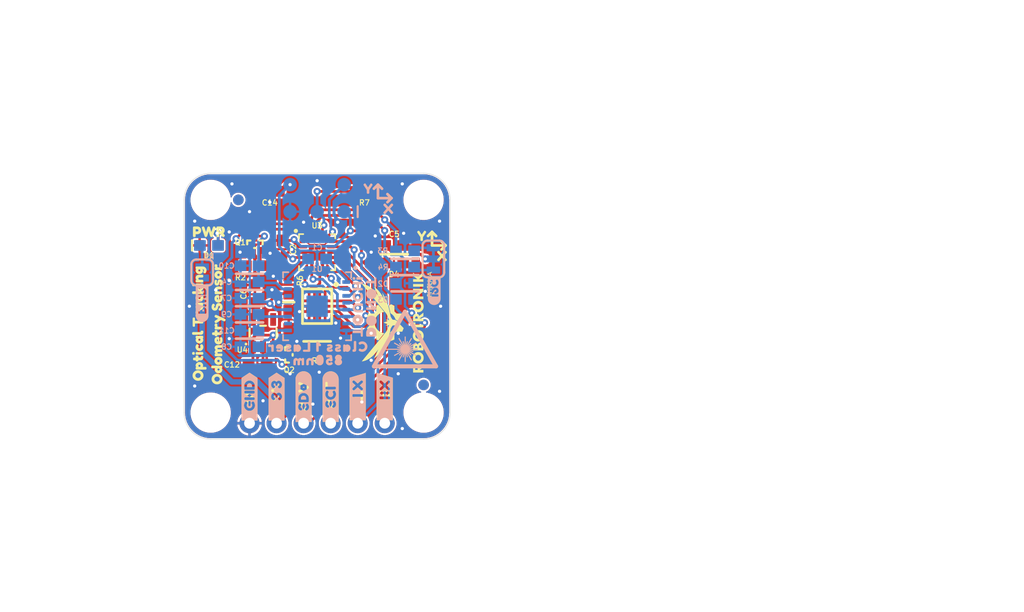
<source format=kicad_pcb>
(kicad_pcb (version 20241229) (generator "pcbnew") (generator_version "9.0")
  (layers (0 "F.Cu" signal) (2 "B.Cu" signal) (13 "F.Paste" user) (15 "B.Paste" user) (5 "F.SilkS" user "F.Silkscreen") (7 "B.SilkS" user "B.Silkscreen") (1 "F.Mask" user) (3 "B.Mask" user) (25 "Edge.Cuts" user))
  (net 0 "")
  (net 1 "GND")
  (net 2 "1.8V")
  (net 3 "3.3V")
  (net 4 "3.3V_SW2")
  (net 5 "3.3V_SW")
  (net 6 "Net-(U1-VCSEL_N)")
  (net 7 "Net-(U1-VCSEL_P)")
  (net 8 "Net-(U1-VREG)")
  (net 9 "/STM_~{RST}")
  (net 10 "Net-(D1-PadA)")
  (net 11 "/SDA")
  (net 12 "/SCL")
  (net 13 "Net-(I2C0-Pad1)")
  (net 14 "Net-(I2C0-Pad3)")
  (net 15 "/DBG_TX")
  (net 16 "/DBG_RX")
  (net 17 "Net-(PWR0-Pad1)")
  (net 18 "/~{VCSEL_POW}")
  (net 19 "/~{PAA_POW}")
  (net 20 "Net-(U3-PA0)")
  (net 21 "/STM_SWCLK")
  (net 22 "/STM_SWDIO")
  (net 23 "/PAA_~{CS}")
  (net 24 "/SCK")
  (net 25 "/PAA_MOTION")
  (net 26 "/POCI")
  (net 27 "/PICO")
  (net 28 "/PAA_~{RST}")
  (net 30 "/LSM_INT1")
  (net 35 "/LSM_~{CS}")
  (footprint "Optical_Tracking_Odometry_Sensor:0603" (layer "F.Cu") (at 152.9461 94.2086 180)
    (property "Reference" "R7")
    (property "Value" "100k")
  )
  (footprint "Optical_Tracking_Odometry_Sensor:0603" (layer "F.Cu") (at 155.7401 100.9396 180)
    (property "Reference" "D4")
    (property "Value" "24V")
  )
  (footprint "Optical_Tracking_Odometry_Sensor:0603" (layer "F.Cu") (at 142.9131 110.4646)
    (property "Reference" "C12")
    (property "Value" "22uF")
  )
  (footprint "kibuzzard-6857E6C8" (layer "F.Cu") (at 138.339669 106.7 90)
    (property "Reference" "kibuzzard-6857E6C8" (hide yes))
    (property "Value" "G***" (hide yes))
  )
  (footprint "Optical_Tracking_Odometry_Sensor:X0" (layer "F.Cu") (at 160.3121 100.3046)
    (property "Reference" "U$18" (hide yes))
    (property "Value" "" (hide yes))
  )
  (footprint "Optical_Tracking_Odometry_Sensor:0603" (layer "F.Cu") (at 155.7401 99.2886)
    (property "Reference" "C5")
    (property "Value" "22uF")
  )
  (footprint "Optical_Tracking_Odometry_Sensor:LGA14L" (layer "F.Cu") (at 148.5011 105.0036 -90)
    (property "Reference" "U2")
    (property "Value" "LSM6DS0")
  )
  (footprint "kibuzzard-6857EB06" (layer "F.Cu") (at 149.769669 113.5 90)
    (property "Reference" "kibuzzard-6857EB06" (hide yes))
    (property "Value" "G***" (hide yes))
  )
  (footprint "Optical_Tracking_Odometry_Sensor:0603" (layer "F.Cu") (at 148.5011 107.5436)
    (property "Reference" "C13" (hide yes))
    (property "Value" "0.1uF")
  )
  (footprint "Optical_Tracking_Odometry_Sensor:CREATIVE_COMMONS" (layer "F.Cu") (at 200.5711 126.5936)
    (property "Reference" "FRAME1" (hide yes))
    (property "Value" "FRAME-LETTER" (hide yes))
  )
  (footprint "kibuzzard-6857E631" (layer "F.Cu") (at 138.339669 98)
    (property "Reference" "kibuzzard-6857E631" (hide yes))
    (property "Value" "G***" (hide yes))
  )
  (footprint "Optical_Tracking_Odometry_Sensor:logo" (layer "F.Cu") (at 156.881211 106.507388 90)
    (property "Reference" "REF**" (hide yes))
    (property "Value" "logo" (hide yes))
  )
  (footprint "Optical_Tracking_Odometry_Sensor:0603" (layer "F.Cu") (at 142.6591 103.8606 90)
    (property "Reference" "C6")
    (property "Value" "22uF")
  )
  (footprint "kibuzzard-6857EAE5" (layer "F.Cu") (at 142.149669 113.5 90)
    (property "Reference" "kibuzzard-6857EAE5" (hide yes))
    (property "Value" "G***" (hide yes))
  )
  (footprint "Optical_Tracking_Odometry_Sensor:Y0" (layer "F.Cu") (at 158.4071 98.3996)
    (property "Reference" "U$29" (hide yes))
    (property "Value" "" (hide yes))
  )
  (footprint "Optical_Tracking_Odometry_Sensor:STAND-OFF" (layer "F.Cu") (at 138.5011 95.0036)
    (property "Reference" "H2" (hide yes))
    (property "Value" "STAND-OFF" (hide yes))
  )
  (footprint "Optical_Tracking_Odometry_Sensor:SOT-416FL" (layer "F.Cu") (at 145.3261 109.5756 90)
    (property "Reference" "Q2")
    (property "Value" "100mA/20V/3.8Ω")
  )
  (footprint "kibuzzard-6857EAF6" (layer "F.Cu") (at 144.689669 113.5 90)
    (property "Reference" "kibuzzard-6857EAF6" (hide yes))
    (property "Value" "G***" (hide yes))
  )
  (footprint "Optical_Tracking_Odometry_Sensor:0603" (layer "F.Cu") (at 142.6591 101.1936)
    (property "Reference" "R2")
    (property "Value" "100k")
  )
  (footprint "Optical_Tracking_Odometry_Sensor:0603" (layer "F.Cu") (at 145.8341 102.9716 -90)
    (property "Reference" "R6")
    (property "Value" "1k")
  )
  (footprint "Optical_Tracking_Odometry_Sensor:0603" (layer "F.Cu") (at 145.1991 99.6696 -90)
    (property "Reference" "C2")
    (property "Value" "0.1uF")
  )
  (footprint "Optical_Tracking_Odometry_Sensor:FIDUCIAL-1X2" (layer "F.Cu") (at 158.5011 112.4036)
    (property "Reference" "FD4" (hide yes))
    (property "Value" "FIDUCIAL1X2" (hide yes))
  )
  (footprint "Optical_Tracking_Odometry_Sensor:0603" (layer "F.Cu") (at 144.0561 94.2086 180)
    (property "Reference" "C14")
    (property "Value" "0.1uF")
  )
  (footprint "Optical_Tracking_Odometry_Sensor:1X06_NO_SILK" (layer "F.Cu") (at 142.1511 116.0036)
    (property "Reference" "J3" (hide yes))
    (property "Value" "CONN_06NO_SILK_NO_POP" (hide yes))
  )
  (footprint "Optical_Tracking_Odometry_Sensor:STAND-OFF" (layer "F.Cu") (at 158.5011 115.0036)
    (property "Reference" "H4" (hide yes))
    (property "Value" "STAND-OFF" (hide yes))
  )
  (footprint "Optical_Tracking_Odometry_Sensor:STM32C011F6U6" (layer "F.Cu") (at 148.5011 99.9236)
    (property "Reference" "U3")
    (property "Value" "STM32C011F6U6")
  )
  (footprint "Optical_Tracking_Odometry_Sensor:STAND-OFF" (layer "F.Cu") (at 158.5011 95.0036)
    (property "Reference" "H3" (hide yes))
    (property "Value" "STAND-OFF" (hide yes))
  )
  (footprint "Optical_Tracking_Odometry_Sensor:LED-0603" (layer "F.Cu") (at 138.3411 99.2886 180)
    (property "Reference" "D1")
    (property "Value" "Blue")
  )
  (footprint "kibuzzard-6857EB0C" (layer "F.Cu") (at 152.309669 113.5 90)
    (property "Reference" "kibuzzard-6857EB0C" (hide yes))
    (property "Value" "G***" (hide yes))
  )
  (footprint "Optical_Tracking_Odometry_Sensor:FIDUCIAL-1X2" (layer "F.Cu") (at 141.1011 95.0036)
    (property "Reference" "FD2" (hide yes))
    (property "Value" "FIDUCIAL1X2" (hide yes))
  )
  (footprint "Optical_Tracking_Odometry_Sensor:STAND-OFF" (layer "F.Cu") (at 138.5011 115.0036)
    (property "Reference" "H1" (hide yes))
    (property "Value" "STAND-OFF" (hide yes))
  )
  (footprint "kibuzzard-6857EAFE" (layer "F.Cu") (at 147.229669 113.5 90)
    (property "Reference" "kibuzzard-6857EAFE" (hide yes))
    (property "Value" "G***" (hide yes))
  )
  (footprint "Optical_Tracking_Odometry_Sensor:SOT-416FL" (layer "F.Cu") (at 142.6591 98.6536)
    (property "Reference" "Q1")
    (property "Value" "100mA/20V/3.8Ω")
  )
  (footprint "Optical_Tracking_Odometry_Sensor:0603" (layer "F.Cu") (at 148.5011 109.0676 180)
    (property "Reference" "R5")
    (property "Value" "100k")
  )
  (footprint "Optical_Tracking_Odometry_Sensor:0603" (layer "F.Cu") (at 145.8341 106.2736 -90)
    (property "Reference" "C3" (hide yes))
    (property "Value" "0.1uF")
  )
  (footprint "Optical_Tracking_Odometry_Sensor:SOT23-5" (layer "F.Cu") (at 143.4211 107.5436)
    (property "Reference" "U4")
    (property "Value" "RT9080-18GJ5")
  )
  (footprint "kibuzzard-6857EB13" (layer "F.Cu") (at 154.849669 113.5 90)
    (property "Reference" "kibuzzard-6857EB13" (hide yes))
    (property "Value" "G***" (hide yes))
  )
  (footprint "Optical_Tracking_Odometry_Sensor:0603" (layer "B.Cu") (at 156.7561 99.7966)
    (property "Reference" "R3")
    (property "Value" "2.2k")
  )
  (footprint "Optical_Tracking_Odometry_Sensor:SMT-JUMPER_3_2-NC_TRACE_SILK" (layer "B.Cu") (at 159.4231 100.5586 90)
    (property "Reference" "I2C0" (hide yes))
    (property "Value" "JUMPER-SMT_3_2-NC_TRACE_SILK")
  )
  (footprint "Optical_Tracking_Odometry_Sensor:CLASS_1_LASER0" (layer "B.Cu") (at 148.5011 108.8136 180)
    (property "Reference" "U$6" (hide yes))
    (property "Value" "" (hide yes))
  )
  (footprint "Optical_Tracking_Odometry_Sensor:PAD_05_03X2_TP_NO4" (layer "B.Cu") (at 148.5011 94.8436 180)
    (property "Reference" "U$1" (hide yes))
    (property "Value" "SWD-5PIN" (hide yes))
  )
  (footprint "Optical_Tracking_Odometry_Sensor:FIDUCIAL-1X2" (layer "B.Cu") (at 141.1011 95.0036 180)
    (property "Reference" "FD1" (hide yes))
    (property "Value" "FIDUCIAL1X2" (hide yes))
  )
  (footprint "Optical_Tracking_Odometry_Sensor:0603" (layer "B.Cu") (at 142.1511 107.2896 180)
    (property "Reference" "C11")
    (property "Value" "4.7uF")
  )
  (footprint "Optical_Tracking_Odometry_Sensor:0603" (layer "B.Cu") (at 142.1511 104.2416 180)
    (property "Reference" "C7")
    (property "Value" "0.1uF")
  )
  (footprint "Optical_Tracking_Odometry_Sensor:SMT-JUMPER_2_NC_TRACE_SILK" (layer "B.Cu") (at 137.7061 101.8286 -90)
    (property "Reference" "PWR0" (hide yes))
    (property "Value" "JUMPER-SMT_2_NC_TRACE_SILK")
  )
  (footprint "Optical_Tracking_Odometry_Sensor:Y0" (layer "B.Cu") (at 153.2001 93.9546 180)
    (property "Reference" "U$31" (hide yes))
    (property "Value" "" (hide yes))
  )
  (footprint "Optical_Tracking_Odometry_Sensor:850NM0" (layer "B.Cu") (at 148.5011 110.0836 180)
    (property "Reference" "U$28" (hide yes))
    (property "Value" "" (hide yes))
  )
  (footprint "Optical_Tracking_Odometry_Sensor:PAA5160E1-Q" (layer "B.Cu") (at 148.5011 105.0036 180)
    (property "Reference" "U1")
    (property "Value" "PAA5160E1-Q")
  )
  (footprint "Optical_Tracking_Odometry_Sensor:DO_NOT0" (layer "B.Cu") (at 153.5811 105.0036 90)
    (property "Reference" "U$22" (hide yes))
    (property "Value" "" (hide yes))
  )
  (footprint "Optical_Tracking_Odometry_Sensor:0603" (layer "B.Cu") (at 138.3411 99.2886)
    (property "Reference" "R1")
    (property "Value" "4.7k")
  )
  (footprint "kibuzzard-6857E9FE" (layer "B.Cu") (at 137.7 104.8 90)
    (property "Reference" "kibuzzard-6857E9FE" (hide yes))
    (property "Value" "G***" (hide yes))
  )
  (footprint "Optical_Tracking_Odometry_Sensor:0603" (layer "B.Cu") (at 156.7561 102.8446 180)
    (property "Reference" "D2")
    (property "Value" "24V")
  )
  (footprint "kibuzzard-6857EA92" (layer "B.Cu") (at 144.689669 113.5 90)
    (property "Reference" "kibuzzard-6857EA92" (hide yes))
    (property "Value" "G***" (hide yes))
  )
  (footprint "kibuzzard-6857EA13" (layer "B.Cu") (at 159.5 103.6 90)
    (property "Reference" "kibuzzard-6857EA13" (hide yes))
    (property "Value" "G***" (hide yes))
  )
  (footprint "Optical_Tracking_Odometry_Sensor:0603" (layer "B.Cu") (at 142.1511 108.8136 180)
    (property "Reference" "C8")
    (property "Value" "0.1uF")
  )
  (footprint "kibuzzard-6857EB25" (layer "B.Cu") (at 154.849669 113.5 90)
    (property "Reference" "kibuzzard-6857EB25" (hide yes))
    (property "Value" "G***" (hide yes))
  )
  (footprint "Optical_Tracking_Odometry_Sensor:FIDUCIAL-1X2" (layer "B.Cu") (at 158.5011 112.4036 180)
    (property "Reference" "FD3" (hide yes))
    (property "Value" "FIDUCIAL1X2" (hide yes))
  )
  (footprint "Optical_Tracking_Odometry_Sensor:0603" (layer "B.Cu") (at 156.7561 104.3686 180)
    (property "Reference" "D3")
    (property "Value" "24V")
  )
  (footprint "Optical_Tracking_Odometry_Sensor:TOUCH##0" (layer "B.Cu") (at 152.3111 105.0036 90)
    (property "Reference" "U$21" (hide yes))
    (property "Value" "" (hide yes))
  )
  (footprint "Optical_Tracking_Odometry_Sensor:0603" (layer "B.Cu") (at 156.7561 101.3206)
    (property "Reference" "R4")
    (property "Value" "2.2k")
  )
  (footprint "Optical_Tracking_Odometry_Sensor:0603" (layer "B.Cu") (at 148.5011 100.5586 180)
    (property "Reference" "C1")
    (property "Value" "470pF")
  )
  (footprint "Optical_Tracking_Odometry_Sensor:0603" (layer "B.Cu") (at 142.1511 101.1936 180)
    (property "Reference" "C10")
    (property "Value" "4.7uF")
  )
  (footprint "kibuzzard-6857EAAB" (layer "B.Cu") (at 152.309669 113.5 90)
    (property "Reference" "kibuzzard-6857EAAB" (hide yes))
    (property "Value" "G***" (hide yes))
  )
  (footprint "Optical_Tracking_Odometry_Sensor:X0" (layer "B.Cu") (at 155.1051 95.8596 180)
    (property "Reference" "U$30" (hide yes))
    (property "Value" "" (hide yes))
  )
  (footprint "Optical_Tracking_Odometry_Sensor:0603" (layer "B.Cu") (at 142.1511 105.7656 180)
    (property "Reference" "C9")
    (property "Value" "0.1uF")
  )
  (footprint "kibuzzard-6857EA9A" (layer "B.Cu") (at 147.229669 113.5 90)
    (property "Reference" "kibuzzard-6857EA9A" (hide yes))
    (property "Value" "G***" (hide yes))
  )
  (footprint "kibuzzard-6857EAA2" (layer "B.Cu") (at 149.769669 113.5 90)
    (property "Reference" "kibuzzard-6857EAA2" (hide yes))
    (property "Value" "G***" (hide yes))
  )
  (footprint "Optical_Tracking_Odometry_Sensor:0603" (layer "B.Cu") (at 142.1511 102.7176 180)
    (property "Reference" "C4")
    (property "Value" "0.1uF")
  )
  (footprint "kibuzzard-6857EA7B" (layer "B.Cu") (at 142.149669 113.5 90)
    (property "Reference" "kibuzzard-6857EA7B" (hide yes))
    (property "Value" "G***" (hide yes))
  )
  (gr_line (start 160.5661 99.2886) (end 160.1851 98.9076) (stroke (width 0.254)) (layer "F.SilkS"))
  (gr_line (start 159.2961 98.0186) (end 159.6771 98.3996) (stroke (width 0.254)) (layer "F.SilkS"))
  (gr_line (start 159.2961 99.2886) (end 159.2961 98.0186) (stroke (width 0.254)) (layer "F.SilkS"))
  (gr_line (start 160.5661 99.2886) (end 160.1851 99.6696) (stroke (width 0.254)) (layer "F.SilkS"))
  (gr_line (start 159.2961 99.2886) (end 160.5661 99.2886) (stroke (width 0.254)) (layer "F.SilkS"))
  (gr_line (start 154.4701 100.1141) (end 157.0101 100.1141) (stroke (width 0.254)) (layer "F.SilkS"))
  (gr_line (start 145.3261 104.6226) (end 146.3421 104.6226) (stroke (width 0.254)) (layer "F.SilkS"))
  (gr_line (start 149.7711 108.3056) (end 147.2311 108.3056) (stroke (width 0.254)) (layer "F.SilkS"))
  (gr_line (start 159.2961 98.0186) (end 158.9151 98.3996) (stroke (width 0.254)) (layer "F.SilkS"))
  (gr_line (start 140.8811 108.0516) (end 143.4211 108.0516) (stroke (width 0.254)) (layer "B.SilkS"))
  (gr_line (start 154.2161 94.8436) (end 154.2161 93.5736) (stroke (width 0.254)) (layer "B.SilkS"))
  (gr_line (start 158.0261 100.5586) (end 155.4861 100.5586) (stroke (width 0.254)) (layer "B.SilkS"))
  (gr_line (start 154.2161 93.5736) (end 153.8351 93.9546) (stroke (width 0.254)) (layer "B.SilkS"))
  (gr_line (start 156.756534 105.83725) (end 156.753881 105.836682) (stroke (width 0.01)) (layer "B.SilkS"))
  (gr_line (start 140.8811 106.5276) (end 143.4211 106.5276) (stroke (width 0.254)) (layer "B.SilkS"))
  (gr_line (start 140.8811 101.9556) (end 143.4211 101.9556) (stroke (width 0.254)) (layer "B.SilkS"))
  (gr_line (start 155.4861 94.8436) (end 155.1051 94.4626) (stroke (width 0.254)) (layer "B.SilkS"))
  (gr_line (start 153.8351 110.6551) (end 156.7561 105.5116) (stroke (width 0.381)) (layer "B.SilkS"))
  (gr_line (start 154.2161 93.5736) (end 154.5971 93.9546) (stroke (width 0.254)) (layer "B.SilkS"))
  (gr_line (start 158.0261 102.0826) (end 155.4861 102.0826) (stroke (width 0.254)) (layer "B.SilkS"))
  (gr_line (start 140.8811 105.0036) (end 143.4211 105.0036) (stroke (width 0.254)) (layer "B.SilkS"))
  (gr_line (start 154.2161 94.8436) (end 155.4861 94.8436) (stroke (width 0.254)) (layer "B.SilkS"))
  (gr_line (start 155.4861 94.8436) (end 155.1051 95.2246) (stroke (width 0.254)) (layer "B.SilkS"))
  (gr_line (start 159.6771 110.6551) (end 153.8351 110.6551) (stroke (width 0.381)) (layer "B.SilkS"))
  (gr_line (start 158.0261 103.6066) (end 155.4861 103.6066) (stroke (width 0.254)) (layer "B.SilkS"))
  (gr_line (start 156.7561 105.5116) (end 159.6771 110.6551) (stroke (width 0.381)) (layer "B.SilkS"))
  (gr_line (start 140.8811 103.4796) (end 143.4211 103.4796) (stroke (width 0.254)) (layer "B.SilkS"))
  (gr_line (start 136.0011 115.0036) (end 136.0011 95.0036) (stroke (width 0.05)) (layer "Edge.Cuts"))
  (gr_arc (start 158.5011 92.5036) (mid 160.268867 93.235833) (end 161.0011 95.0036) (stroke (width 0.05)) (layer "Edge.Cuts"))
  (gr_line (start 138.5011 92.5036) (end 158.5011 92.5036) (stroke (width 0.05)) (layer "Edge.Cuts"))
  (gr_arc (start 136.0011 95.0036) (mid 136.733333 93.235833) (end 138.5011 92.5036) (stroke (width 0.05)) (layer "Edge.Cuts"))
  (gr_line (start 138.5011 117.5036) (end 158.5011 117.5036) (stroke (width 0.05)) (layer "Edge.Cuts"))
  (gr_line (start 161.0011 95.0036) (end 161.0011 115.0036) (stroke (width 0.05)) (layer "Edge.Cuts"))
  (gr_arc (start 161.0011 115.0036) (mid 160.268867 116.771367) (end 158.5011 117.5036) (stroke (width 0.05)) (layer "Edge.Cuts"))
  (gr_arc (start 138.5011 117.5036) (mid 136.733333 116.771367) (end 136.0011 115.0036) (stroke (width 0.05)) (layer "Edge.Cuts"))
  (segment (start 150.1237 106.7084) (end 149.3511 106.7084) (width 0.254) (layer "F.Cu") (net 1))
  (segment (start 146.1851 99.7966) (end 145.9221 99.7966) (width 0.254) (layer "F.Cu") (net 1))
  (segment (start 146.3121 99.9236) (end 146.1851 99.7966) (width 0.254) (layer "F.Cu") (net 1))
  (segment (start 147.5761 105.5036) (end 146.8581 105.5036) (width 0.254) (layer "F.Cu") (net 1))
  (segment (start 147.2011 99.9236) (end 146.3121 99.9236) (width 0.254) (layer "F.Cu") (net 1))
  (segment (start 146.9851 105.0036) (end 146.8581 105.1306) (width 0.254) (layer "F.Cu") (net 1))
  (segment (start 143.4211 110.1226) (end 143.4211 108.8437) (width 0.254) (layer "F.Cu") (net 1))
  (segment (start 147.5761 105.0036) (end 146.9851 105.0036) (width 0.254) (layer "F.Cu") (net 1))
  (segment (start 145.1991 100.5196) (end 145.9221 99.7966) (width 0.254) (layer "F.Cu") (net 1))
  (segment (start 143.7631 110.4646) (end 143.4211 110.1226) (width 0.254) (layer "F.Cu") (net 1))
  (segment (start 150.2537 106.5784) (end 150.1237 106.7084) (width 0.254) (layer "F.Cu") (net 1))
  (segment (start 149.3511 106.7084) (end 149.3511 107.5436) (width 0.254) (layer "F.Cu") (net 1))
  (segment (start 146.8581 105.1306) (end 146.8581 105.5036) (width 0.254) (layer "F.Cu") (net 1))
  (segment (start 146.8581 105.5036) (end 146.8501 105.5116) (width 0.254) (layer "F.Cu") (net 1))
  (via (at 141.2621 99.9236) (size 0.6604) (drill 0.3048) (layers "F.Cu" "B.Cu") (net 1))
  (via (at 156.6291 98.1456) (size 0.6604) (drill 0.3048) (layers "F.Cu" "B.Cu") (net 1))
  (via (at 138.9761 103.4796) (size 0.6604) (drill 0.3048) (layers "F.Cu" "B.Cu") (net 1))
  (via (at 153.9621 98.3996) (size 0.6604) (drill 0.3048) (layers "F.Cu" "B.Cu") (net 1))
  (via (at 156.1211 107.5436) (size 0.6604) (drill 0.3048) (layers "F.Cu" "B.Cu") (net 1))
  (via (at 152.7011 114.0036) (size 0.6604) (drill 0.3048) (layers "F.Cu" "B.Cu") (net 1))
  (via (at 148.5011 93.2036) (size 0.6604) (drill 0.3048) (layers "F.Cu" "B.Cu") (net 1))
  (via (at 145.9611 111.3536) (size 0.6604) (drill 0.3048) (layers "F.Cu" "B.Cu") (net 1))
  (via (at 153.5811 99.9236) (size 0.6604) (drill 0.3048) (layers "F.Cu" "B.Cu") (net 1))
  (via (at 146.1135 99.6696) (size 0.6604) (drill 0.3048) (layers "F.Cu" "B.Cu") (net 1))
  (via (at 156.1211 111.3536) (size 0.6604) (drill 0.3048) (layers "F.Cu" "B.Cu") (net 1))
  (via (at 146.8501 105.5116) (size 0.6604) (drill 0.3048) (layers "F.Cu" "B.Cu") (net 1))
  (via (at 148.1011 114.2036) (size 0.6604) (drill 0.3048) (layers "F.Cu" "B.Cu") (net 1))
  (via (at 140.2461 108.0516) (size 0.6604) (drill 0.3048) (layers "F.Cu" "B.Cu") (net 1))
  (via (at 150.2537 106.5784) (size 0.6604) (drill 0.3048) (layers "F.Cu" "B.Cu") (net 1))
  (via (at 144.0561 95.2246) (size 0.6604) (drill 0.3048) (layers "F.Cu" "B.Cu") (net 1))
  (via (at 146.5961 108.3056) (size 0.6604) (drill 0.3048) (layers "F.Cu" "B.Cu") (net 1))
  (via (at 144.8943 104.6226) (size 0.6604) (drill 0.3048) (layers "F.Cu" "B.Cu") (net 1))
  (via (at 144.0815 100.0252) (size 0.6604) (drill 0.3048) (layers "F.Cu" "B.Cu") (net 1))
  (via (at 160.0011 97.0036) (size 0.6604) (drill 0.3048) (layers "F.Cu" "B.Cu") (net 1))
  (via (at 140.2461 102.5906) (size 0.6604) (drill 0.3048) (layers "F.Cu" "B.Cu") (net 1))
  (via (at 140.2461 98.0186) (size 0.6604) (drill 0.3048) (layers "F.Cu" "B.Cu") (net 1))
  (via (at 150.7 108) (size 0.6) (drill 0.3) (layers "F.Cu" "B.Cu") (net 1))
  (via (at 153.5811 107.5436) (size 0.6604) (drill 0.3048) (layers "F.Cu" "B.Cu") (net 1))
  (via (at 158.6611 103.6066) (size 0.6604) (drill 0.3048) (layers "F.Cu" "B.Cu") (net 1))
  (via (at 144.2593 103.4542) (size 0.6604) (drill 0.3048) (layers "F.Cu" "B.Cu") (net 1))
  (via (at 147.2311 97.1042) (size 0.6604) (drill 0.3048) (layers "F.Cu" "B.Cu") (net 1))
  (via (at 136.5011 105.0036) (size 0.6604) (drill 0.3048) (layers "F.Cu" "B.Cu") (net 1))
  (via (at 160.0011 113.0036) (size 0.6604) (drill 0.3048) (layers "F.Cu" "B.Cu") (net 1))
  (via (at 137.0011 112.5036) (size 0.6604) (drill 0.3048) (layers "F.Cu" "B.Cu") (net 1))
  (via (at 156.5011 93.5036) (size 0.6604) (drill 0.3048) (layers "F.Cu" "B.Cu") (net 1))
  (via (at 153.5811 110.0836) (size 0.6604) (drill 0.3048) (layers "F.Cu" "B.Cu") (net 1))
  (via (at 150.4315 97.1042) (size 0.6604) (drill 0.3048) (layers "F.Cu" "B.Cu") (net 1))
  (via (at 148.7011 111.2036) (size 0.6604) (drill 0.3048) (layers "F.Cu" "B.Cu") (net 1))
  (via (at 142.1511 96.1136) (size 0.6604) (drill 0.3048) (layers "F.Cu" "B.Cu") (net 1))
  (via (at 140.5011 93.5036) (size 0.6604) (drill 0.3048) (layers "F.Cu" "B.Cu") (net 1))
  (via (at 160.1011 105.0036) (size 0.6604) (drill 0.3048) (layers "F.Cu" "B.Cu") (net 1))
  (via (at 137.0011 97.0036) (size 0.6604) (drill 0.3048) (layers "F.Cu" "B.Cu") (net 1))
  (via (at 143.4211 113.8936) (size 0.6604) (drill 0.3048) (layers "F.Cu" "B.Cu") (net 1))
  (via (at 144.3863 102.1842) (size 0.6604) (drill 0.3048) (layers "F.Cu" "B.Cu") (net 1))
  (via (at 156.5011 116.5036) (size 0.6604) (drill 0.3048) (layers "F.Cu" "B.Cu") (net 1))
  (segment (start 144.7927 103.8216) (end 145.8341 103.8216) (width 0.254) (layer "F.Cu") (net 2))
  (segment (start 142.6591 104.7106) (end 142.6939 104.7454) (width 0.254) (layer "F.Cu") (net 2))
  (segment (start 142.4711 104.8986) (end 142.6591 104.7106) (width 0.254) (layer "F.Cu") (net 2))
  (segment (start 144.0603 104.7454) (end 144.0603 104.554) (width 0.254) (layer "F.Cu") (net 2))
  (segment (start 144.7927 103.8216) (end 144.0603 104.554) (width 0.254) (layer "F.Cu") (net 2))
  (segment (start 142.4711 106.2435) (end 142.4711 104.8986) (width 0.254) (layer "F.Cu") (net 2))
  (segment (start 144.0603 104.7454) (end 142.6939 104.7454) (width 0.254) (layer "F.Cu") (net 2))
  (via (at 144.0603 104.7454) (size 0.6604) (drill 0.3048) (layers "F.Cu" "B.Cu") (net 2))
  (segment (start 143.0011 104.2416) (end 143.3567 104.5972) (width 0.254) (layer "B.Cu") (net 2))
  (segment (start 144.0603 104.7454) (end 143.9121 104.5972) (width 0.254) (layer "B.Cu") (net 2))
  (segment (start 145.7661 105.3286) (end 144.6435 105.3286) (width 0.254) (layer "B.Cu") (net 2))
  (segment (start 143.9121 104.5972) (end 143.3567 104.5972) (width 0.254) (layer "B.Cu") (net 2))
  (segment (start 144.6435 105.3286) (end 144.0603 104.7454) (width 0.254) (layer "B.Cu") (net 2))
  (segment (start 147.6511 107.5436) (end 146.8501 106.7426) (width 0.254) (layer "F.Cu") (net 3))
  (segment (start 154.8901 100.9396) (end 154.8901 99.2886) (width 0.254) (layer "F.Cu") (net 3))
  (segment (start 145.0213 102.7938) (end 145.0213 101.8286) (width 0.254) (layer "F.Cu") (net 3))
  (segment (start 146.2443 98.8196) (end 146.3341 98.7298) (width 0.254) (layer "F.Cu") (net 3))
  (segment (start 148.0711 112.6236) (end 149.7711 112.6236) (width 0.508) (layer "F.Cu") (net 3))
  (segment (start 147.6511 109.0676) (end 147.6511 107.5436) (width 0.254) (layer "F.Cu") (net 3))
  (segment (start 149.7711 112.6236) (end 154.8511 107.5436) (width 0.508) (layer "F.Cu") (net 3))
  (segment (start 155.7156 100.1141) (end 158.2166 100.1141) (width 0.254) (layer "F.Cu") (net 3))
  (segment (start 145.0213 101.8286) (end 144.3863 101.1936) (width 0.254) (layer "F.Cu") (net 3))
  (segment (start 146.7426 104.5151) (end 146.7541 104.5036) (width 0.254) (layer "F.Cu") (net 3))
  (segment (start 146.7231 103.234632) (end 146.7231 103.2256) (width 0.254) (layer "F.Cu") (net 3))
  (segment (start 146.7231 103.2256) (end 146.4691 102.9716) (width 0.254) (layer "F.Cu") (net 3))
  (segment (start 143.1591 99.7536) (end 143.1591 100.8436) (width 0.254) (layer "F.Cu") (net 3))
  (segment (start 143.5091 101.1936) (end 143.1591 100.8436) (width 0.254) (layer "F.Cu") (net 3))
  (segment (start 145.1991 102.9716) (end 145.0213 102.7938) (width 0.254) (layer "F.Cu") (net 3))
  (segment (start 146.4341 109.0676) (end 147.6511 109.0676) (width 0.254) (layer "F.Cu") (net 3))
  (segment (start 144.6911 116.0036) (end 148.0711 112.6236) (width 0.508) (layer "F.Cu") (net 3))
  (segment (start 147.5761 104.5036) (end 146.7541 104.5036) (width 0.254) (layer "F.Cu") (net 3))
  (segment (start 146.7739 99.4236) (end 146.3341 98.9838) (width 0.254) (layer "F.Cu") (net 3))
  (segment (start 146.8501 106.4396) (end 145.8341 105.4236) (width 0.254) (layer "F.Cu") (net 3))
  (segment (start 146.4691 102.9716) (end 145.1991 102.9716) (width 0.2286) (layer "F.Cu") (net 3))
  (segment (start 147.7511 107.4436) (end 147.7511 106.1786) (width 0.254) (layer "F.Cu") (net 3))
  (segment (start 144.0931 98.8196) (end 145.1991 98.8196) (width 0.254) (layer "F.Cu") (net 3))
  (segment (start 146.7426 103.254132) (end 146.7231 103.234632) (width 0.254) (layer "F.Cu") (net 3))
  (segment (start 154.8901 99.2886) (end 155.7156 100.1141) (width 0.254) (layer "F.Cu") (net 3))
  (segment (start 147.6511 107.5436) (end 147.7511 107.4436) (width 0.254) (layer "F.Cu") (net 3))
  (segment (start 146.3341 98.9838) (end 146.3341 98.7298) (width 0.254) (layer "F.Cu") (net 3))
  (segment (start 154.8901 99.2886) (end 153.937762 99.2886) (width 0.254) (layer "F.Cu") (net 3))
  (segment (start 146.7426 104.5151) (end 146.7426 103.254132) (width 0.254) (layer "F.Cu") (net 3))
  (segment (start 143.1591 99.7536) (end 144.0931 98.8196) (width 0.254) (layer "F.Cu") (net 3))
  (segment (start 154.8511 107.5436) (end 154.8511 100.9786) (width 0.508) (layer "F.Cu") (net 3))
  (segment (start 147.2011 99.4236) (end 146.7739 99.4236) (width 0.254) (layer "F.Cu") (net 3))
  (segment (start 158.2166 100.1141) (end 158.6611 100.5586) (width 0.254) (layer "F.Cu") (net 3))
  (segment (start 146.4261 109.0756) (end 146.4341 109.0676) (width 0.254) (layer "F.Cu") (net 3))
  (segment (start 145.1991 98.8196) (end 146.2443 98.8196) (width 0.254) (layer "F.Cu") (net 3))
  (segment (start 145.8341 105.4236) (end 146.7426 104.5151) (width 0.254) (layer "F.Cu") (net 3))
  (segment (start 144.3863 101.1936) (end 143.5091 101.1936) (width 0.254) (layer "F.Cu") (net 3))
  (segment (start 153.937762 99.2886) (end 152.566162 97.917) (width 0.254) (layer "F.Cu") (net 3))
  (segment (start 152.566162 97.917) (end 151.6253 97.917) (width 0.254) (layer "F.Cu") (net 3))
  (segment (start 146.8501 106.7426) (end 146.8501 106.4396) (width 0.254) (layer "F.Cu") (net 3))
  (segment (start 154.8901 100.9396) (end 154.8511 100.9786) (width 0.254) (layer "F.Cu") (net 3))
  (via (at 146.3341 98.7298) (size 0.6604) (drill 0.3048) (layers "F.Cu" "B.Cu") (net 3))
  (via (at 158.6611 100.5586) (size 0.6604) (drill 0.3048) (layers "F.Cu" "B.Cu") (net 3))
  (via (at 151.6253 97.917) (size 0.6604) (drill 0.3048) (layers "F.Cu" "B.Cu") (net 3))
  (segment (start 137.7061 104.4956) (end 137.7061 109.3216) (width 0.508) (layer "B.Cu") (net 3))
  (segment (start 137.7061 104.4956) (end 137.7061 102.3493) (width 0.254) (layer "B.Cu") (net 3))
  (segment (start 150.1775 99.3648) (end 151.6253 97.917) (width 0.254) (layer "B.Cu") (net 3))
  (segment (start 146.3341 98.7298) (end 146.9691 99.3648) (width 0.254) (layer "B.Cu") (net 3))
  (segment (start 151.0411 96.1136) (end 151.6253 96.6978) (width 0.254) (layer "B.Cu") (net 3))
  (segment (start 140.5001 112.1156) (end 142.9131 112.1156) (width 0.508) (layer "B.Cu") (net 3))
  (segment (start 144.6911 113.8936) (end 144.6911 116.0036) (width 0.508) (layer "B.Cu") (net 3))
  (segment (start 151.6253 96.6978) (end 151.6253 97.917) (width 0.254) (layer "B.Cu") (net 3))
  (segment (start 146.9691 99.3648) (end 150.1775 99.3648) (width 0.254) (layer "B.Cu") (net 3))
  (segment (start 137.7061 109.3216) (end 140.5001 112.1156) (width 0.508) (layer "B.Cu") (net 3))
  (segment (start 142.9131 112.1156) (end 144.6911 113.8936) (width 0.508) (layer "B.Cu") (net 3))
  (segment (start 159.4231 100.5586) (end 158.6611 100.5586) (width 0.254) (layer "B.Cu") (net 3))
  (segment (start 143.5481 98.4132) (end 142.8495 98.4132) (width 0.254) (layer "F.Cu") (net 4))
  (segment (start 142.6591 98.6036) (end 142.8495 98.4132) (width 0.254) (layer "F.Cu") (net 4))
  (via (at 143.5481 98.4132) (size 0.6604) (drill 0.3048) (layers "F.Cu" "B.Cu") (net 4))
  (segment (start 143.0011 98.9602) (end 143.0011 101.1936) (width 0.254) (layer "B.Cu") (net 4))
  (segment (start 143.5481 98.4132) (end 143.0011 98.9602) (width 0.254) (layer "B.Cu") (net 4))
  (segment (start 144.6657 102.8192) (end 143.1027 102.8192) (width 0.254) (layer "B.Cu") (net 4))
  (segment (start 143.0011 102.7176) (end 143.1027 102.8192) (width 0.254) (layer "B.Cu") (net 4))
  (segment (start 145.2251 103.3786) (end 145.7661 103.3786) (width 0.254) (layer "B.Cu") (net 4))
  (segment (start 145.2251 103.3786) (end 144.6657 102.8192) (width 0.254) (layer "B.Cu") (net 4))
  (segment (start 143.0011 101.1936) (end 143.0011 102.7176) (width 0.254) (layer "B.Cu") (net 4))
  (segment (start 144.3711 108.8437) (end 144.3711 107.7239) (width 0.254) (layer "F.Cu") (net 5))
  (segment (start 142.7353 107.7214) (end 144.3736 107.7214) (width 0.254) (layer "F.Cu") (net 5))
  (segment (start 144.3711 107.7239) (end 144.3736 107.7214) (width 0.254) (layer "F.Cu") (net 5))
  (segment (start 142.0631 110.4646) (end 142.4711 110.0566) (width 0.254) (layer "F.Cu") (net 5))
  (segment (start 144.3711 109.2247) (end 144.3711 108.8437) (width 0.254) (layer "F.Cu") (net 5))
  (segment (start 142.4711 107.9856) (end 142.7353 107.7214) (width 0.254) (layer "F.Cu") (net 5))
  (segment (start 142.4711 110.0566) (end 142.4711 108.8437) (width 0.254) (layer "F.Cu") (net 5))
  (segment (start 145.2761 109.5756) (end 144.722 109.5756) (width 0.254) (layer "F.Cu") (net 5))
  (segment (start 142.4711 108.8437) (end 142.4711 107.9856) (width 0.254) (layer "F.Cu") (net 5))
  (segment (start 144.722 109.5756) (end 144.3711 109.2247) (width 0.254) (layer "F.Cu") (net 5))
  (via (at 144.3736 107.7214) (size 0.6604) (drill 0.3048) (layers "F.Cu" "B.Cu") (net 5))
  (segment (start 143.9164 108.1786) (end 144.3736 107.7214) (width 0.254) (layer "B.Cu") (net 5))
  (segment (start 144.8164 107.2786) (end 145.7661 107.2786) (width 0.254) (layer "B.Cu") (net 5))
  (segment (start 143.9164 108.1786) (end 143.6361 108.1786) (width 0.254) (layer "B.Cu") (net 5))
  (segment (start 143.0011 108.8136) (end 143.6361 108.1786) (width 0.254) (layer "B.Cu") (net 5))
  (segment (start 144.8164 107.2786) (end 144.3736 107.7214) (width 0.254) (layer "B.Cu") (net 5))
  (segment (start 145.7661 102.4436) (end 147.6511 100.5586) (width 0.254) (layer "B.Cu") (net 6))
  (segment (start 145.7661 102.7286) (end 145.7661 102.4436) (width 0.254) (layer "B.Cu") (net 6))
  (segment (start 151.2361 102.7286) (end 151.2361 102.4436) (width 0.254) (layer "B.Cu") (net 7))
  (segment (start 151.2361 102.4436) (end 149.3511 100.5586) (width 0.254) (layer "B.Cu") (net 7))
  (segment (start 145.7661 105.9786) (end 143.2141 105.9786) (width 0.254) (layer "B.Cu") (net 8))
  (segment (start 143.0011 105.7656) (end 143.2141 105.9786) (width 0.254) (layer "B.Cu") (net 8))
  (segment (start 143.0011 107.2896) (end 143.0011 105.7656) (width 0.254) (layer "B.Cu") (net 8))
  (segment (start 146.3501 100.4236) (end 146.2151 100.5586) (width 0.254) (layer "F.Cu") (net 9))
  (segment (start 144.9061 94.2086) (end 145.5411 93.5736) (width 0.254) (layer "F.Cu") (net 9))
  (segment (start 145.5411 93.5736) (end 145.9611 93.5736) (width 0.254) (layer "F.Cu") (net 9))
  (segment (start 147.2011 100.4236) (end 146.3501 100.4236) (width 0.254) (layer "F.Cu") (net 9))
  (via (at 146.2151 100.5586) (size 0.6604) (drill 0.3048) (layers "F.Cu" "B.Cu") (net 9))
  (via (at 145.9611 93.5736) (size 0.6604) (drill 0.3048) (layers "F.Cu" "B.Cu") (net 9))
  (segment (start 146.2151 100.5586) (end 146.0881 100.5586) (width 0.254) (layer "B.Cu") (net 9))
  (segment (start 146.0881 100.5586) (end 144.9451 99.4156) (width 0.254) (layer "B.Cu") (net 9))
  (segment (start 144.9451 99.4156) (end 144.9451 94.5896) (width 0.254) (layer "B.Cu") (net 9))
  (segment (start 145.9611 93.5736) (end 144.9451 94.5896) (width 0.254) (layer "B.Cu") (net 9))
  (segment (start 139.2181 98.2606) (end 139.1031 98.1456) (width 0.254) (layer "F.Cu") (net 10))
  (segment (start 139.2181 99.2886) (end 139.2181 98.2606) (width 0.254) (layer "F.Cu") (net 10))
  (via (at 139.1031 98.1456) (size 0.6604) (drill 0.3048) (layers "F.Cu" "B.Cu") (net 10))
  (segment (start 139.1911 98.2336) (end 139.1031 98.1456) (width 0.254) (layer "B.Cu") (net 10))
  (segment (start 139.1911 99.2886) (end 139.1911 98.2336) (width 0.254) (layer "B.Cu") (net 10))
  (segment (start 157.3911 107.3286) (end 157.3911 105.6466) (width 0.254) (layer "F.Cu") (net 11))
  (segment (start 148.0011 98.6236) (end 148.0011 96.6136) (width 0.254) (layer "F.Cu") (net 11))
  (segment (start 150.2361 114.4836) (end 157.3911 107.3286) (width 0.254) (layer "F.Cu") (net 11))
  (segment (start 148.6789 95.9358) (end 148.0011 96.6136) (width 0.254) (layer "F.Cu") (net 11))
  (segment (start 149.2536 114.4836) (end 150.2361 114.4836) (width 0.254) (layer "F.Cu") (net 11))
  (segment (start 153.9113 95.9358) (end 148.6789 95.9358) (width 0.254) (layer "F.Cu") (net 11))
  (segment (start 154.8511 96.8756) (end 153.9113 95.9358) (width 0.254) (layer "F.Cu") (net 11))
  (segment (start 147.7336 116.0036) (end 149.2536 114.4836) (width 0.254) (layer "F.Cu") (net 11))
  (segment (start 147.2311 116.0036) (end 147.7336 116.0036) (width 0.254) (layer "F.Cu") (net 11))
  (via (at 157.3911 105.6466) (size 0.6604) (drill 0.3048) (layers "F.Cu" "B.Cu") (net 11))
  (via (at 154.8511 96.8756) (size 0.6604) (drill 0.3048) (layers "F.Cu" "B.Cu") (net 11))
  (segment (start 155.9061 102.8446) (end 156.7561 101.9946) (width 0.254) (layer "B.Cu") (net 11))
  (segment (start 155.9061 97.9306) (end 154.8511 96.8756) (width 0.254) (layer "B.Cu") (net 11))
  (segment (start 156.7561 100.6466) (end 156.7561 101.9946) (width 0.2286) (layer "B.Cu") (net 11))
  (segment (start 156.7561 105.0116) (end 157.3911 105.6466) (width 0.2286) (layer "B.Cu") (net 11))
  (segment (start 156.7561 100.6466) (end 155.9061 99.7966) (width 0.254) (layer "B.Cu") (net 11))
  (segment (start 156.7561 103.6946) (end 156.7561 105.0116) (width 0.2286) (layer "B.Cu") (net 11))
  (segment (start 155.9061 99.7966) (end 155.9061 97.9306) (width 0.254) (layer "B.Cu") (net 11))
  (segment (start 156.7561 103.6946) (end 155.9061 102.8446) (width 0.254) (layer "B.Cu") (net 11))
  (segment (start 154.8481 97.8916) (end 153.4257 96.4692) (width 0.254) (layer "F.Cu") (net 12))
  (segment (start 153.4257 96.4692) (end 149.0345 96.4692) (width 0.254) (layer "F.Cu") (net 12))
  (segment (start 148.5011 98.6236) (end 148.5011 97.0026) (width 0.254) (layer "F.Cu") (net 12))
  (segment (start 149.7711 115.7336) (end 149.7711 116.0036) (width 0.254) (layer "F.Cu") (net 12))
  (segment (start 149.0345 96.4692) (end 148.5011 97.0026) (width 0.254) (layer "F.Cu") (net 12))
  (segment (start 158.6 106.9047) (end 149.7711 115.7336) (width 0.254) (layer "F.Cu") (net 12))
  (segment (start 158.6 106.5516) (end 158.6 106.9047) (width 0.254) (layer "F.Cu") (net 12))
  (via (at 154.8481 97.8916) (size 0.6604) (drill 0.3048) (layers "F.Cu" "B.Cu") (net 12))
  (via (at 158.6 106.5516) (size 0.6604) (drill 0.3048) (layers "F.Cu" "B.Cu") (net 12))
  (segment (start 155.9061 104.3686) (end 154.8901 103.3526) (width 0.254) (layer "B.Cu") (net 12))
  (segment (start 154.8901 102.3366) (end 154.8901 103.3526) (width 0.254) (layer "B.Cu") (net 12))
  (segment (start 155.9061 105.1936) (end 155.9061 104.3686) (width 0.254) (layer "B.Cu") (net 12))
  (segment (start 155.9061 101.3206) (end 154.8481 100.2626) (width 0.254) (layer "B.Cu") (net 12))
  (segment (start 158.6 106.5516) (end 157.2641 106.5516) (width 0.254) (layer "B.Cu") (net 12))
  (segment (start 154.8901 102.3366) (end 155.9061 101.3206) (width 0.254) (layer "B.Cu") (net 12))
  (segment (start 157.2641 106.5516) (end 155.9061 105.1936) (width 0.254) (layer "B.Cu") (net 12))
  (segment (start 154.8481 100.2626) (end 154.8481 97.8916) (width 0.254) (layer "B.Cu") (net 12))
  (segment (start 157.8855 101.6) (end 157.6061 101.3206) (width 0.254) (layer "B.Cu") (net 13))
  (segment (start 159.4231 101.6) (end 157.8855 101.6) (width 0.254) (layer "B.Cu") (net 13))
  (segment (start 157.6061 99.7966) (end 157.8855 99.5172) (width 0.254) (layer "B.Cu") (net 14))
  (segment (start 157.8855 99.5172) (end 159.4231 99.5172) (width 0.254) (layer "B.Cu") (net 14))
  (segment (start 151.9301 99.695) (end 151.6587 99.4236) (width 0.254) (layer "F.Cu") (net 15))
  (segment (start 149.8011 99.4236) (end 151.6587 99.4236) (width 0.254) (layer "F.Cu") (net 15))
  (segment (start 151.9301 99.695) (end 151.9809 99.695) (width 0.254) (layer "F.Cu") (net 15))
  (via (at 151.9809 99.695) (size 0.6604) (drill 0.3048) (layers "F.Cu" "B.Cu") (net 15))
  (segment (start 152.3111 116.0036) (end 154.2161 114.0986) (width 0.254) (layer "B.Cu") (net 15))
  (segment (start 153.3271 104.6226) (end 153.3271 102.8446) (width 0.254) (layer "B.Cu") (net 15))
  (segment (start 154.2161 114.0986) (end 154.2161 105.5116) (width 0.254) (layer "B.Cu") (net 15))
  (segment (start 153.3271 102.8446) (end 151.9809 101.4984) (width 0.254) (layer "B.Cu") (net 15))
  (segment (start 151.9809 101.4984) (end 151.9809 99.695) (width 0.254) (layer "B.Cu") (net 15))
  (segment (start 154.2161 105.5116) (end 153.3271 104.6226) (width 0.254) (layer "B.Cu") (net 15))
  (segment (start 152.6667 99.2632) (end 152.6667 100.2284) (width 0.254) (layer "F.Cu") (net 16))
  (segment (start 150.0011 98.9236) (end 152.3271 98.9236) (width 0.254) (layer "F.Cu") (net 16))
  (segment (start 152.6667 99.2632) (end 152.3271 98.9236) (width 0.254) (layer "F.Cu") (net 16))
  (via (at 152.6667 100.2284) (size 0.6604) (drill 0.3048) (layers "F.Cu" "B.Cu") (net 16))
  (segment (start 153.8351 104.3686) (end 154.8511 105.3846) (width 0.254) (layer "B.Cu") (net 16))
  (segment (start 154.8511 105.3846) (end 154.8511 116.0036) (width 0.254) (layer "B.Cu") (net 16))
  (segment (start 153.8351 102.5906) (end 153.8351 104.3686) (width 0.254) (layer "B.Cu") (net 16))
  (segment (start 152.6667 101.4222) (end 153.8351 102.5906) (width 0.254) (layer "B.Cu") (net 16))
  (segment (start 152.6667 100.2284) (end 152.6667 101.4222) (width 0.254) (layer "B.Cu") (net 16))
  (segment (start 137.7061 99.5036) (end 137.4911 99.2886) (width 0.254) (layer "B.Cu") (net 17))
  (segment (start 137.7061 101.3079) (end 137.7061 99.5036) (width 0.254) (layer "B.Cu") (net 17))
  (segment (start 142.1591 99.7536) (end 142.1243 99.7188) (width 0.254) (layer "F.Cu") (net 18))
  (segment (start 142.1243 98.1724) (end 142.5321 97.7646) (width 0.254) (layer "F.Cu") (net 18))
  (segment (start 142.5321 97.7646) (end 146.2739 97.7646) (width 0.254) (layer "F.Cu") (net 18))
  (segment (start 142.1243 98.1724) (end 142.1243 99.7188) (width 0.254) (layer "F.Cu") (net 18))
  (segment (start 142.1591 100.8436) (end 142.1591 99.7536) (width 0.254) (layer "F.Cu") (net 18))
  (segment (start 147.0011 98.9236) (end 147.0011 98.4918) (width 0.254) (layer "F.Cu") (net 18))
  (segment (start 142.1591 100.8436) (end 141.8091 101.1936) (width 0.254) (layer "F.Cu") (net 18))
  (segment (start 147.0011 98.4918) (end 146.2739 97.7646) (width 0.254) (layer "F.Cu") (net 18))
  (segment (start 146.0371 110.4646) (end 146.4261 110.0756) (width 0.254) (layer "F.Cu") (net 19))
  (segment (start 147.5011 98.3474) (end 146.4103 97.2566) (width 0.254) (layer "F.Cu") (net 19))
  (segment (start 145.1991 110.4646) (end 146.0371 110.4646) (width 0.254) (layer "F.Cu") (net 19))
  (segment (start 146.4103 97.2566) (end 142.2781 97.2566) (width 0.254) (layer "F.Cu") (net 19))
  (segment (start 146.4261 110.0756) (end 148.3431 110.0756) (width 0.254) (layer "F.Cu") (net 19))
  (segment (start 147.5011 98.4236) (end 147.5011 98.3474) (width 0.254) (layer "F.Cu") (net 19))
  (segment (start 148.3431 110.0756) (end 149.3511 109.0676) (width 0.254) (layer "F.Cu") (net 19))
  (segment (start 142.2781 97.2566) (end 140.8811 98.6536) (width 0.254) (layer "F.Cu") (net 19))
  (via (at 140.8811 98.6536) (size 0.6604) (drill 0.3048) (layers "F.Cu" "B.Cu") (net 19))
  (via (at 145.1991 110.4646) (size 0.6604) (drill 0.3048) (layers "F.Cu" "B.Cu") (net 19))
  (segment (start 140.5001 100.4316) (end 140.5001 99.0346) (width 0.254) (layer "B.Cu") (net 19))
  (segment (start 145.1991 110.4646) (end 144.8181 110.0836) (width 0.254) (layer "B.Cu") (net 19))
  (segment (start 141.0081 110.0836) (end 139.6111 108.6866) (width 0.254) (layer "B.Cu") (net 19))
  (segment (start 139.6111 108.6866) (end 139.6111 101.3206) (width 0.254) (layer "B.Cu") (net 19))
  (segment (start 144.8181 110.0836) (end 141.0081 110.0836) (width 0.254) (layer "B.Cu") (net 19))
  (segment (start 139.6111 101.3206) (end 140.5001 100.4316) (width 0.254) (layer "B.Cu") (net 19))
  (segment (start 140.5001 99.0346) (end 140.8811 98.6536) (width 0.254) (layer "B.Cu") (net 19))
  (segment (start 147.0011 100.9236) (end 147.0011 100.9546) (width 0.254) (layer "F.Cu") (net 20))
  (segment (start 147.0011 100.9546) (end 145.8341 102.1216) (width 0.254) (layer "F.Cu") (net 20))
  (segment (start 152.0961 94.2086) (end 148.5011 94.2086) (width 0.254) (layer "F.Cu") (net 21))
  (segment (start 149.0011 98.6236) (end 149.0011 97.5186) (width 0.254) (layer "F.Cu") (net 21))
  (segment (start 149.0011 97.5186) (end 149.1361 97.3836) (width 0.254) (layer "F.Cu") (net 21))
  (via (at 149.1361 97.3836) (size 0.6604) (drill 0.3048) (layers "F.Cu" "B.Cu") (net 21))
  (via (at 148.5011 94.2086) (size 0.6604) (drill 0.3048) (layers "F.Cu" "B.Cu") (net 21))
  (segment (start 148.5011 94.2086) (end 148.5011 96.1136) (width 0.254) (layer "B.Cu") (net 21))
  (segment (start 149.1361 96.7486) (end 148.5011 96.1136) (width 0.254) (layer "B.Cu") (net 21))
  (segment (start 149.1361 97.3836) (end 149.1361 96.7486) (width 0.254) (layer "B.Cu") (net 21))
  (segment (start 149.5011 98.4236) (end 149.5185 98.4236) (width 0.254) (layer "F.Cu") (net 22))
  (segment (start 149.9489 97.9932) (end 149.5185 98.4236) (width 0.254) (layer "F.Cu") (net 22))
  (via (at 149.9489 97.9932) (size 0.6604) (drill 0.3048) (layers "F.Cu" "B.Cu") (net 22))
  (segment (start 149.7965 96.774) (end 149.6441 96.6216) (width 0.254) (layer "B.Cu") (net 22))
  (segment (start 149.9489 97.9932) (end 149.7965 97.8408) (width 0.254) (layer "B.Cu") (net 22))
  (segment (start 149.7965 96.774) (end 149.7965 97.8408) (width 0.254) (layer "B.Cu") (net 22))
  (segment (start 149.6441 94.9706) (end 149.6441 96.6216) (width 0.254) (layer "B.Cu") (net 22))
  (segment (start 149.6441 94.9706) (end 151.0411 93.5736) (width 0.254) (layer "B.Cu") (net 22))
  (segment (start 150.765368 101.756069) (end 149.833568 101.756069) (width 0.254) (layer "F.Cu") (net 23))
  (segment (start 152.1079 103.0986) (end 150.765368 101.756069) (width 0.254) (layer "F.Cu") (net 23))
  (segment (start 149.833568 101.756069) (end 149.5011 101.4236) (width 0.254) (layer "F.Cu") (net 23))
  (via (at 152.1079 103.0986) (size 0.6604) (drill 0.3048) (layers "F.Cu" "B.Cu") (net 23))
  (segment (start 152.1079 103.0986) (end 152.1079 103.4796) (width 0.254) (layer "B.Cu") (net 23))
  (segment (start 151.2361 104.0286) (end 151.5589 104.0286) (width 0.254) (layer "B.Cu") (net 23))
  (segment (start 152.1079 103.4796) (end 151.5589 104.0286) (width 0.254) (layer "B.Cu") (net 23))
  (segment (start 151.0411 105.0036) (end 149.4261 105.0036) (width 0.254) (layer "F.Cu") (net 24))
  (segment (start 147.3581 102.2096) (end 147.5011 102.0666) (width 0.254) (layer "F.Cu") (net 24))
  (segment (start 147.3581 102.9716) (end 147.3581 102.2096) (width 0.254) (layer "F.Cu") (net 24))
  (segment (start 151.0411 105.0036) (end 152.3111 106.2736) (width 0.254) (layer "F.Cu") (net 24))
  (segment (start 147.5011 102.0666) (end 147.5011 101.4236) (width 0.254) (layer "F.Cu") (net 24))
  (via (at 152.3111 106.2736) (size 0.6604) (drill 0.3048) (layers "F.Cu" "B.Cu") (net 24))
  (via (at 147.3581 102.9716) (size 0.6604) (drill 0.3048) (layers "F.Cu" "B.Cu") (net 24))
  (segment (start 152.3111 106.2736) (end 152.0161 105.9786) (width 0.254) (layer "B.Cu") (net 24))
  (segment (start 149.0091 103.0986) (end 147.4851 103.0986) (width 0.254) (layer "B.Cu") (net 24))
  (segment (start 152.0161 105.9786) (end 151.2361 105.9786) (width 0.254) (layer "B.Cu") (net 24))
  (segment (start 147.4851 103.0986) (end 147.3581 102.9716) (width 0.254) (layer "B.Cu") (net 24))
  (segment (start 149.8981 105.3846) (end 150.4921 105.9786) (width 0.254) (layer "B.Cu") (net 24))
  (segment (start 150.4921 105.9786) (end 151.2361 105.9786) (width 0.254) (layer "B.Cu") (net 24))
  (segment (start 149.8981 103.9876) (end 149.0091 103.0986) (width 0.254) (layer "B.Cu") (net 24))
  (segment (start 149.8981 105.3846) (end 149.8981 103.9876) (width 0.254) (layer "B.Cu") (net 24))
  (segment (start 151.0331 100.4236) (end 149.8011 100.4236) (width 0.254) (layer "F.Cu") (net 25))
  (segment (start 153.2001 102.5906) (end 151.0331 100.4236) (width 0.254) (layer "F.Cu") (net 25))
  (segment (start 153.0731 105.8926) (end 153.2001 105.7656) (width 0.254) (layer "F.Cu") (net 25))
  (segment (start 153.2001 102.5906) (end 153.2001 105.7656) (width 0.254) (layer "F.Cu") (net 25))
  (via (at 153.0731 105.8926) (size 0.6604) (drill 0.3048) (layers "F.Cu" "B.Cu") (net 25))
  (segment (start 152.6907 106.9354) (end 152.0505 106.9354) (width 0.254) (layer "B.Cu") (net 25))
  (segment (start 152.0505 106.9354) (end 151.7437 106.6286) (width 0.254) (layer "B.Cu") (net 25))
  (segment (start 151.7437 106.6286) (end 151.2361 106.6286) (width 0.254) (layer "B.Cu") (net 25))
  (segment (start 153.0731 105.8926) (end 153.0731 106.553) (width 0.254) (layer "B.Cu") (net 25))
  (segment (start 153.0731 106.553) (end 152.6907 106.9354) (width 0.254) (layer "B.Cu") (net 25))
  (segment (start 149.2511 103.4916) (end 149.5171 103.2256) (width 0.254) (layer "F.Cu") (net 26))
  (segment (start 152.2857 104.1908) (end 151.3205 103.2256) (width 0.254) (layer "F.Cu") (net 26))
  (segment (start 151.3205 103.2256) (end 149.5171 103.2256) (width 0.254) (layer "F.Cu") (net 26))
  (segment (start 150.8473 100.9236) (end 150.0011 100.9236) (width 0.254) (layer "F.Cu") (net 26))
  (segment (start 152.7429 102.8192) (end 150.8473 100.9236) (width 0.254) (layer "F.Cu") (net 26))
  (segment (start 149.2511 103.8286) (end 149.2511 103.4916) (width 0.254) (layer "F.Cu") (net 26))
  (segment (start 152.2857 104.1908) (end 152.3111 104.1908) (width 0.254) (layer "F.Cu") (net 26))
  (segment (start 152.3111 104.1908) (end 152.7429 103.759) (width 0.254) (layer "F.Cu") (net 26))
  (segment (start 152.7429 103.759) (end 152.7429 102.8192) (width 0.254) (layer "F.Cu") (net 26))
  (via (at 152.3111 104.1908) (size 0.6604) (drill 0.3048) (layers "F.Cu" "B.Cu") (net 26))
  (segment (start 152.3111 104.1908) (end 151.8233 104.6786) (width 0.254) (layer "B.Cu") (net 26))
  (segment (start 151.8233 104.6786) (end 151.2361 104.6786) (width 0.254) (layer "B.Cu") (net 26))
  (segment (start 148.0011 102.3446) (end 148.0011 101.2236) (width 0.254) (layer "F.Cu") (net 27))
  (segment (start 148.1201 102.4636) (end 148.0011 102.3446) (width 0.254) (layer "F.Cu") (net 27))
  (segment (start 151.6587 104.5036) (end 149.4261 104.5036) (width 0.254) (layer "F.Cu") (net 27))
  (segment (start 152.3111 105.156) (end 151.6587 104.5036) (width 0.254) (layer "F.Cu") (net 27))
  (via (at 148.1201 102.4636) (size 0.6604) (drill 0.3048) (layers "F.Cu" "B.Cu") (net 27))
  (via (at 152.3111 105.156) (size 0.6604) (drill 0.3048) (layers "F.Cu" "B.Cu") (net 27))
  (segment (start 150.6041 105.3286) (end 150.4061 105.1306) (width 0.254) (layer "B.Cu") (net 27))
  (segment (start 149.0091 102.4636) (end 148.1201 102.4636) (width 0.254) (layer "B.Cu") (net 27))
  (segment (start 151.2361 105.3286) (end 152.1385 105.3286) (width 0.254) (layer "B.Cu") (net 27))
  (segment (start 150.6041 105.3286) (end 151.2361 105.3286) (width 0.254) (layer "B.Cu") (net 27))
  (segment (start 152.1385 105.3286) (end 152.3111 105.156) (width 0.254) (layer "B.Cu") (net 27))
  (segment (start 150.4061 105.1306) (end 150.4061 103.8606) (width 0.254) (layer "B.Cu") (net 27))
  (segment (start 150.4061 103.8606) (end 149.0091 102.4636) (width 0.254) (layer "B.Cu") (net 27))
  (segment (start 149.8346 102.391069) (end 149.737518 102.391069) (width 0.254) (layer "F.Cu") (net 28))
  (segment (start 149.737518 102.391069) (end 149.0011 101.65465) (width 0.254) (layer "F.Cu") (net 28))
  (segment (start 149.0011 101.65465) (end 149.0011 101.2236) (width 0.254) (layer "F.Cu") (net 28))
  (via (at 149.8346 102.391069) (size 0.6604) (drill 0.3048) (layers "F.Cu" "B.Cu") (net 28))
  (segment (start 151.2361 103.3786) (end 150.64005 103.3786) (width 0.254) (layer "B.Cu") (net 28))
  (segment (start 149.8346 102.57315) (end 149.8346 102.391069) (width 0.254) (layer "B.Cu") (net 28))
  (segment (start 150.64005 103.3786) (end 149.8346 102.57315) (width 0.254) (layer "B.Cu") (net 28))
  (segment (start 148.7551 102.1126) (end 148.5011 101.8586) (width 0.254) (layer "F.Cu") (net 30))
  (segment (start 148.0051 103.2256) (end 147.7511 103.4796) (width 0.254) (layer "F.Cu") (net 30))
  (segment (start 148.5011 101.8586) (end 148.5011 101.2236) (width 0.254) (layer "F.Cu") (net 30))
  (segment (start 148.0051 103.2256) (end 148.3741 103.2256) (width 0.254) (layer "F.Cu") (net 30))
  (segment (start 147.7511 103.8286) (end 147.7511 103.4796) (width 0.254) (layer "F.Cu") (net 30))
  (segment (start 148.7551 102.8446) (end 148.3741 103.2256) (width 0.254) (layer "F.Cu") (net 30))
  (segment (start 148.7551 102.1126) (end 148.7551 102.8446) (width 0.254) (layer "F.Cu") (net 30))
  (segment (start 149.4261 105.5036) (end 150.5251 105.5036) (width 0.254) (layer "F.Cu") (net 35))
  (segment (start 151.9301 106.9086) (end 153.0731 106.9086) (width 0.254) (layer "F.Cu") (net 35))
  (segment (start 151.2951 99.9236) (end 149.8011 99.9236) (width 0.254) (layer "F.Cu") (net 35))
  (segment (start 150.5251 105.5036) (end 151.9301 106.9086) (width 0.254) (layer "F.Cu") (net 35))
  (segment (start 153.7081 102.3366) (end 151.2951 99.9236) (width 0.254) (layer "F.Cu") (net 35))
  (segment (start 153.0731 106.9086) (end 153.7081 106.2736) (width 0.254) (layer "F.Cu") (net 35))
  (segment (start 153.7081 106.2736) (end 153.7081 102.3366) (width 0.254) (layer "F.Cu") (net 35))
  (zone (net 1) (net_name "GND") (layers "F.Cu" "B.Cu") (priority 6) (connect_pads (clearance 0.1778)) (min_thickness 0.0889) (fill yes (thermal_gap 0.2278) (thermal_bridge_width 0.2278))
    (polygon (pts (xy 178.79 133.7925) (xy 118.7122 133.7925) (xy 118.7122 76.2147) (xy 178.79 76.2147)))
  )
  (zone (net 0) (net_name "") (layer "B.SilkS") (priority 6) (connect_pads (clearance 0.000001)) (min_thickness 0.025) (fill yes (thermal_gap 0.06) (thermal_bridge_width 0.06))
    (polygon (pts (xy 157.368835 109.567981) (xy 157.295616 109.642426) (xy 156.1879 108.534706) (xy 156.185575 108.5269) (xy 156.252725 108.45975) (xy 156.260605 108.45975)))
  )
  (zone (net 0) (net_name "") (layer "B.SilkS") (priority 6) (connect_pads (clearance 0.000001)) (min_thickness 0.025) (fill yes (thermal_gap 0.06) (thermal_bridge_width 0.06))
    (polygon (pts (xy 157.420774 108.036953) (xy 156.222373 110.112642) (xy 156.131481 110.061244) (xy 157.329882 107.985555)))
  )
  (zone (net 0) (net_name "") (layer "B.SilkS") (priority 6) (connect_pads (clearance 0.000001)) (min_thickness 0.025) (fill yes (thermal_gap 0.06) (thermal_bridge_width 0.06))
    (polygon (pts (xy 157.420304 110.060438) (xy 157.330345 110.113457) (xy 156.131945 108.037766) (xy 156.221901 107.984747)))
  )
  (zone (net 0) (net_name "") (layer "B.SilkS") (priority 6) (connect_pads (clearance 0.000001)) (min_thickness 0.025) (fill yes (thermal_gap 0.06) (thermal_bridge_width 0.06))
    (polygon (pts (xy 157.030219 108.302546) (xy 156.624764 109.815716) (xy 156.619166 109.821636) (xy 156.527435 109.797056) (xy 156.523497 109.790227) (xy 156.929135 108.27636)))
  )
  (zone (net 0) (net_name "") (layer "B.SilkS") (priority 6) (connect_pads (clearance 0.000001)) (min_thickness 0.025) (fill yes (thermal_gap 0.06) (thermal_bridge_width 0.06))
    (polygon (pts (xy 157.840484 108.494877) (xy 155.764796 109.693277) (xy 155.711777 109.603321) (xy 157.787466 108.404921)))
  )
  (zone (net 0) (net_name "") (layer "B.SilkS") (priority 6) (connect_pads (clearance 0.000001)) (min_thickness 0.025) (fill yes (thermal_gap 0.06) (thermal_bridge_width 0.06))
    (polygon (pts (xy 157.549707 108.895869) (xy 156.036536 109.30132) (xy 156.028612 109.299428) (xy 156.004035 109.207706) (xy 156.007971 109.200876) (xy 157.521846 108.795237)))
  )
  (zone (net 0) (net_name "") (layer "B.SilkS") (priority 6) (connect_pads (clearance 0.000001)) (min_thickness 0.025) (fill yes (thermal_gap 0.06) (thermal_bridge_width 0.06))
    (polygon (pts (xy 157.548868 109.202108) (xy 157.522682 109.303189) (xy 156.00951 108.897737) (xy 156.003593 108.892132) (xy 156.028171 108.800411) (xy 156.034995 108.796466)))
  )
  (zone (net 0) (net_name "") (layer "B.SilkS") (priority 6) (connect_pads (clearance 0.000001)) (min_thickness 0.025) (fill yes (thermal_gap 0.06) (thermal_bridge_width 0.06))
    (polygon (pts (xy 156.828337 110.24703) (xy 156.723921 110.247967) (xy 156.723921 107.851166) (xy 156.828337 107.850234)))
  )
  (zone (net 0) (net_name "") (layer "B.SilkS") (priority 6) (connect_pads (clearance 0.000001)) (min_thickness 0.025) (fill yes (thermal_gap 0.06) (thermal_bridge_width 0.06))
    (polygon (pts (xy 157.369454 108.529608) (xy 156.261733 109.637325) (xy 156.253924 109.639649) (xy 156.186775 109.5725) (xy 156.186775 109.564617) (xy 157.295005 108.45639)))
  )
  (zone (net 0) (net_name "") (layer "B.SilkS") (priority 6) (connect_pads (clearance 0.000001)) (min_thickness 0.025) (fill yes (thermal_gap 0.06) (thermal_bridge_width 0.06))
    (polygon (pts (xy 156.624346 108.280945) (xy 157.029988 109.794817) (xy 156.929356 109.822683) (xy 156.523902 108.309509) (xy 156.525794 108.301585) (xy 156.617517 108.277007)))
  )
  (zone (net 0) (net_name "") (layer "B.SilkS") (priority 6) (connect_pads (clearance 0.000001)) (min_thickness 0.025) (fill yes (thermal_gap 0.06) (thermal_bridge_width 0.06))
    (polygon (pts (xy 157.974995 109.10131) (xy 154.777505 109.10131) (xy 154.770225 109.097558) (xy 154.770225 109.00247) (xy 154.775799 108.996894) (xy 157.974058 108.996894)))
  )
  (zone (net 0) (net_name "") (layer "B.SilkS") (priority 6) (connect_pads (clearance 0.000001)) (min_thickness 0.025) (fill yes (thermal_gap 0.06) (thermal_bridge_width 0.06))
    (polygon (pts (xy 157.839673 109.602858) (xy 157.788275 109.69375) (xy 155.712583 108.495349) (xy 155.763981 108.404457)))
  )
)
</source>
